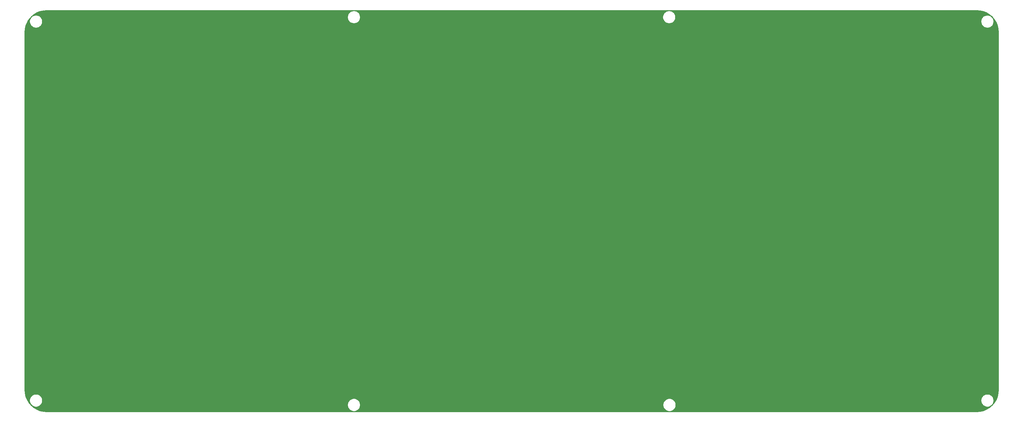
<source format=gbr>
%TF.GenerationSoftware,KiCad,Pcbnew,5.1.9+dfsg1-1*%
%TF.CreationDate,2021-12-19T19:28:55+01:00*%
%TF.ProjectId,okey65-bottom-plate,6f6b6579-3635-42d6-926f-74746f6d2d70,rev?*%
%TF.SameCoordinates,Original*%
%TF.FileFunction,Copper,L2,Bot*%
%TF.FilePolarity,Positive*%
%FSLAX46Y46*%
G04 Gerber Fmt 4.6, Leading zero omitted, Abs format (unit mm)*
G04 Created by KiCad (PCBNEW 5.1.9+dfsg1-1) date 2021-12-19 19:28:55*
%MOMM*%
%LPD*%
G01*
G04 APERTURE LIST*
%TA.AperFunction,NonConductor*%
%ADD10C,0.254000*%
%TD*%
%TA.AperFunction,NonConductor*%
%ADD11C,0.100000*%
%TD*%
G04 APERTURE END LIST*
D10*
X271538486Y-32408220D02*
X272417784Y-32619321D01*
X273253221Y-32965371D01*
X274024244Y-33437854D01*
X274711863Y-34025136D01*
X275299144Y-34712754D01*
X275771629Y-35483780D01*
X276117679Y-36319219D01*
X276328779Y-37198513D01*
X276402001Y-38128887D01*
X276402000Y-133321125D01*
X276328779Y-134251486D01*
X276117679Y-135130780D01*
X275771629Y-135966219D01*
X275299144Y-136737245D01*
X274711863Y-137424863D01*
X274024244Y-138012145D01*
X273253221Y-138484628D01*
X272417784Y-138830678D01*
X271538486Y-139041779D01*
X270608124Y-139115000D01*
X23015888Y-139115000D01*
X22085514Y-139041778D01*
X21206220Y-138830678D01*
X20370776Y-138484626D01*
X19599754Y-138012144D01*
X18912138Y-137424862D01*
X18324855Y-136737244D01*
X17876998Y-136006407D01*
X18412024Y-136006407D01*
X18412024Y-136350447D01*
X18479143Y-136687877D01*
X18610801Y-137005728D01*
X18801940Y-137291787D01*
X19045213Y-137535060D01*
X19331272Y-137726199D01*
X19649123Y-137857857D01*
X19986553Y-137924976D01*
X20330593Y-137924976D01*
X20668023Y-137857857D01*
X20985874Y-137726199D01*
X21271933Y-137535060D01*
X21515206Y-137291787D01*
X21591249Y-137177980D01*
X103065451Y-137177980D01*
X103065451Y-137522020D01*
X103132570Y-137859450D01*
X103264228Y-138177301D01*
X103455367Y-138463360D01*
X103698640Y-138706633D01*
X103984699Y-138897772D01*
X104302550Y-139029430D01*
X104639980Y-139096549D01*
X104984020Y-139096549D01*
X105321450Y-139029430D01*
X105639301Y-138897772D01*
X105925360Y-138706633D01*
X106168633Y-138463360D01*
X106359772Y-138177301D01*
X106491430Y-137859450D01*
X106558549Y-137522020D01*
X106558549Y-137177980D01*
X187065451Y-137177980D01*
X187065451Y-137522020D01*
X187132570Y-137859450D01*
X187264228Y-138177301D01*
X187455367Y-138463360D01*
X187698640Y-138706633D01*
X187984699Y-138897772D01*
X188302550Y-139029430D01*
X188639980Y-139096549D01*
X188984020Y-139096549D01*
X189321450Y-139029430D01*
X189639301Y-138897772D01*
X189925360Y-138706633D01*
X190168633Y-138463360D01*
X190359772Y-138177301D01*
X190491430Y-137859450D01*
X190558549Y-137522020D01*
X190558549Y-137177980D01*
X190491430Y-136840550D01*
X190359772Y-136522699D01*
X190168633Y-136236640D01*
X189938400Y-136006407D01*
X271718878Y-136006407D01*
X271718878Y-136350447D01*
X271785997Y-136687877D01*
X271917655Y-137005728D01*
X272108794Y-137291787D01*
X272352067Y-137535060D01*
X272638126Y-137726199D01*
X272955977Y-137857857D01*
X273293407Y-137924976D01*
X273637447Y-137924976D01*
X273974877Y-137857857D01*
X274292728Y-137726199D01*
X274578787Y-137535060D01*
X274822060Y-137291787D01*
X275013199Y-137005728D01*
X275144857Y-136687877D01*
X275211976Y-136350447D01*
X275211976Y-136006407D01*
X275144857Y-135668977D01*
X275013199Y-135351126D01*
X274822060Y-135065067D01*
X274578787Y-134821794D01*
X274292728Y-134630655D01*
X273974877Y-134498997D01*
X273637447Y-134431878D01*
X273293407Y-134431878D01*
X272955977Y-134498997D01*
X272638126Y-134630655D01*
X272352067Y-134821794D01*
X272108794Y-135065067D01*
X271917655Y-135351126D01*
X271785997Y-135668977D01*
X271718878Y-136006407D01*
X189938400Y-136006407D01*
X189925360Y-135993367D01*
X189639301Y-135802228D01*
X189321450Y-135670570D01*
X188984020Y-135603451D01*
X188639980Y-135603451D01*
X188302550Y-135670570D01*
X187984699Y-135802228D01*
X187698640Y-135993367D01*
X187455367Y-136236640D01*
X187264228Y-136522699D01*
X187132570Y-136840550D01*
X187065451Y-137177980D01*
X106558549Y-137177980D01*
X106491430Y-136840550D01*
X106359772Y-136522699D01*
X106168633Y-136236640D01*
X105925360Y-135993367D01*
X105639301Y-135802228D01*
X105321450Y-135670570D01*
X104984020Y-135603451D01*
X104639980Y-135603451D01*
X104302550Y-135670570D01*
X103984699Y-135802228D01*
X103698640Y-135993367D01*
X103455367Y-136236640D01*
X103264228Y-136522699D01*
X103132570Y-136840550D01*
X103065451Y-137177980D01*
X21591249Y-137177980D01*
X21706345Y-137005728D01*
X21838003Y-136687877D01*
X21905122Y-136350447D01*
X21905122Y-136006407D01*
X21838003Y-135668977D01*
X21706345Y-135351126D01*
X21515206Y-135065067D01*
X21271933Y-134821794D01*
X20985874Y-134630655D01*
X20668023Y-134498997D01*
X20330593Y-134431878D01*
X19986553Y-134431878D01*
X19649123Y-134498997D01*
X19331272Y-134630655D01*
X19045213Y-134821794D01*
X18801940Y-135065067D01*
X18610801Y-135351126D01*
X18479143Y-135668977D01*
X18412024Y-136006407D01*
X17876998Y-136006407D01*
X17852374Y-135966225D01*
X17506322Y-135130778D01*
X17295222Y-134251486D01*
X17222001Y-133321124D01*
X17222001Y-38128862D01*
X17295221Y-37198513D01*
X17506322Y-36319215D01*
X17852372Y-35483778D01*
X18087825Y-35099552D01*
X18412024Y-35099552D01*
X18412024Y-35443592D01*
X18479143Y-35781022D01*
X18610801Y-36098873D01*
X18801940Y-36384932D01*
X19045213Y-36628205D01*
X19331272Y-36819344D01*
X19649123Y-36951002D01*
X19986553Y-37018121D01*
X20330593Y-37018121D01*
X20668023Y-36951002D01*
X20985874Y-36819344D01*
X21271933Y-36628205D01*
X21515206Y-36384932D01*
X21706345Y-36098873D01*
X21838003Y-35781022D01*
X21905122Y-35443592D01*
X21905122Y-35099552D01*
X21838003Y-34762122D01*
X21706345Y-34444271D01*
X21515206Y-34158212D01*
X21284973Y-33927979D01*
X103065451Y-33927979D01*
X103065451Y-34272019D01*
X103132570Y-34609449D01*
X103264228Y-34927300D01*
X103455367Y-35213359D01*
X103698640Y-35456632D01*
X103984699Y-35647771D01*
X104302550Y-35779429D01*
X104639980Y-35846548D01*
X104984020Y-35846548D01*
X105321450Y-35779429D01*
X105639301Y-35647771D01*
X105925360Y-35456632D01*
X106168633Y-35213359D01*
X106359772Y-34927300D01*
X106491430Y-34609449D01*
X106558549Y-34272019D01*
X106558549Y-33927979D01*
X186986009Y-33927979D01*
X186986009Y-34272019D01*
X187053128Y-34609449D01*
X187184786Y-34927300D01*
X187375925Y-35213359D01*
X187619198Y-35456632D01*
X187905257Y-35647771D01*
X188223108Y-35779429D01*
X188560538Y-35846548D01*
X188904578Y-35846548D01*
X189242008Y-35779429D01*
X189559859Y-35647771D01*
X189845918Y-35456632D01*
X190089191Y-35213359D01*
X190165234Y-35099552D01*
X271718878Y-35099552D01*
X271718878Y-35443592D01*
X271785997Y-35781022D01*
X271917655Y-36098873D01*
X272108794Y-36384932D01*
X272352067Y-36628205D01*
X272638126Y-36819344D01*
X272955977Y-36951002D01*
X273293407Y-37018121D01*
X273637447Y-37018121D01*
X273974877Y-36951002D01*
X274292728Y-36819344D01*
X274578787Y-36628205D01*
X274822060Y-36384932D01*
X275013199Y-36098873D01*
X275144857Y-35781022D01*
X275211976Y-35443592D01*
X275211976Y-35099552D01*
X275144857Y-34762122D01*
X275013199Y-34444271D01*
X274822060Y-34158212D01*
X274578787Y-33914939D01*
X274292728Y-33723800D01*
X273974877Y-33592142D01*
X273637447Y-33525023D01*
X273293407Y-33525023D01*
X272955977Y-33592142D01*
X272638126Y-33723800D01*
X272352067Y-33914939D01*
X272108794Y-34158212D01*
X271917655Y-34444271D01*
X271785997Y-34762122D01*
X271718878Y-35099552D01*
X190165234Y-35099552D01*
X190280330Y-34927300D01*
X190411988Y-34609449D01*
X190479107Y-34272019D01*
X190479107Y-33927979D01*
X190411988Y-33590549D01*
X190280330Y-33272698D01*
X190089191Y-32986639D01*
X189845918Y-32743366D01*
X189559859Y-32552227D01*
X189242008Y-32420569D01*
X188904578Y-32353450D01*
X188560538Y-32353450D01*
X188223108Y-32420569D01*
X187905257Y-32552227D01*
X187619198Y-32743366D01*
X187375925Y-32986639D01*
X187184786Y-33272698D01*
X187053128Y-33590549D01*
X186986009Y-33927979D01*
X106558549Y-33927979D01*
X106491430Y-33590549D01*
X106359772Y-33272698D01*
X106168633Y-32986639D01*
X105925360Y-32743366D01*
X105639301Y-32552227D01*
X105321450Y-32420569D01*
X104984020Y-32353450D01*
X104639980Y-32353450D01*
X104302550Y-32420569D01*
X103984699Y-32552227D01*
X103698640Y-32743366D01*
X103455367Y-32986639D01*
X103264228Y-33272698D01*
X103132570Y-33590549D01*
X103065451Y-33927979D01*
X21284973Y-33927979D01*
X21271933Y-33914939D01*
X20985874Y-33723800D01*
X20668023Y-33592142D01*
X20330593Y-33525023D01*
X19986553Y-33525023D01*
X19649123Y-33592142D01*
X19331272Y-33723800D01*
X19045213Y-33914939D01*
X18801940Y-34158212D01*
X18610801Y-34444271D01*
X18479143Y-34762122D01*
X18412024Y-35099552D01*
X18087825Y-35099552D01*
X18324855Y-34712755D01*
X18912137Y-34025136D01*
X19599755Y-33437855D01*
X20370781Y-32965370D01*
X21206220Y-32619320D01*
X22085514Y-32408220D01*
X23015875Y-32334999D01*
X270608124Y-32334999D01*
X271538486Y-32408220D01*
%TA.AperFunction,NonConductor*%
D11*
G36*
X271538486Y-32408220D02*
G01*
X272417784Y-32619321D01*
X273253221Y-32965371D01*
X274024244Y-33437854D01*
X274711863Y-34025136D01*
X275299144Y-34712754D01*
X275771629Y-35483780D01*
X276117679Y-36319219D01*
X276328779Y-37198513D01*
X276402001Y-38128887D01*
X276402000Y-133321125D01*
X276328779Y-134251486D01*
X276117679Y-135130780D01*
X275771629Y-135966219D01*
X275299144Y-136737245D01*
X274711863Y-137424863D01*
X274024244Y-138012145D01*
X273253221Y-138484628D01*
X272417784Y-138830678D01*
X271538486Y-139041779D01*
X270608124Y-139115000D01*
X23015888Y-139115000D01*
X22085514Y-139041778D01*
X21206220Y-138830678D01*
X20370776Y-138484626D01*
X19599754Y-138012144D01*
X18912138Y-137424862D01*
X18324855Y-136737244D01*
X17876998Y-136006407D01*
X18412024Y-136006407D01*
X18412024Y-136350447D01*
X18479143Y-136687877D01*
X18610801Y-137005728D01*
X18801940Y-137291787D01*
X19045213Y-137535060D01*
X19331272Y-137726199D01*
X19649123Y-137857857D01*
X19986553Y-137924976D01*
X20330593Y-137924976D01*
X20668023Y-137857857D01*
X20985874Y-137726199D01*
X21271933Y-137535060D01*
X21515206Y-137291787D01*
X21591249Y-137177980D01*
X103065451Y-137177980D01*
X103065451Y-137522020D01*
X103132570Y-137859450D01*
X103264228Y-138177301D01*
X103455367Y-138463360D01*
X103698640Y-138706633D01*
X103984699Y-138897772D01*
X104302550Y-139029430D01*
X104639980Y-139096549D01*
X104984020Y-139096549D01*
X105321450Y-139029430D01*
X105639301Y-138897772D01*
X105925360Y-138706633D01*
X106168633Y-138463360D01*
X106359772Y-138177301D01*
X106491430Y-137859450D01*
X106558549Y-137522020D01*
X106558549Y-137177980D01*
X187065451Y-137177980D01*
X187065451Y-137522020D01*
X187132570Y-137859450D01*
X187264228Y-138177301D01*
X187455367Y-138463360D01*
X187698640Y-138706633D01*
X187984699Y-138897772D01*
X188302550Y-139029430D01*
X188639980Y-139096549D01*
X188984020Y-139096549D01*
X189321450Y-139029430D01*
X189639301Y-138897772D01*
X189925360Y-138706633D01*
X190168633Y-138463360D01*
X190359772Y-138177301D01*
X190491430Y-137859450D01*
X190558549Y-137522020D01*
X190558549Y-137177980D01*
X190491430Y-136840550D01*
X190359772Y-136522699D01*
X190168633Y-136236640D01*
X189938400Y-136006407D01*
X271718878Y-136006407D01*
X271718878Y-136350447D01*
X271785997Y-136687877D01*
X271917655Y-137005728D01*
X272108794Y-137291787D01*
X272352067Y-137535060D01*
X272638126Y-137726199D01*
X272955977Y-137857857D01*
X273293407Y-137924976D01*
X273637447Y-137924976D01*
X273974877Y-137857857D01*
X274292728Y-137726199D01*
X274578787Y-137535060D01*
X274822060Y-137291787D01*
X275013199Y-137005728D01*
X275144857Y-136687877D01*
X275211976Y-136350447D01*
X275211976Y-136006407D01*
X275144857Y-135668977D01*
X275013199Y-135351126D01*
X274822060Y-135065067D01*
X274578787Y-134821794D01*
X274292728Y-134630655D01*
X273974877Y-134498997D01*
X273637447Y-134431878D01*
X273293407Y-134431878D01*
X272955977Y-134498997D01*
X272638126Y-134630655D01*
X272352067Y-134821794D01*
X272108794Y-135065067D01*
X271917655Y-135351126D01*
X271785997Y-135668977D01*
X271718878Y-136006407D01*
X189938400Y-136006407D01*
X189925360Y-135993367D01*
X189639301Y-135802228D01*
X189321450Y-135670570D01*
X188984020Y-135603451D01*
X188639980Y-135603451D01*
X188302550Y-135670570D01*
X187984699Y-135802228D01*
X187698640Y-135993367D01*
X187455367Y-136236640D01*
X187264228Y-136522699D01*
X187132570Y-136840550D01*
X187065451Y-137177980D01*
X106558549Y-137177980D01*
X106491430Y-136840550D01*
X106359772Y-136522699D01*
X106168633Y-136236640D01*
X105925360Y-135993367D01*
X105639301Y-135802228D01*
X105321450Y-135670570D01*
X104984020Y-135603451D01*
X104639980Y-135603451D01*
X104302550Y-135670570D01*
X103984699Y-135802228D01*
X103698640Y-135993367D01*
X103455367Y-136236640D01*
X103264228Y-136522699D01*
X103132570Y-136840550D01*
X103065451Y-137177980D01*
X21591249Y-137177980D01*
X21706345Y-137005728D01*
X21838003Y-136687877D01*
X21905122Y-136350447D01*
X21905122Y-136006407D01*
X21838003Y-135668977D01*
X21706345Y-135351126D01*
X21515206Y-135065067D01*
X21271933Y-134821794D01*
X20985874Y-134630655D01*
X20668023Y-134498997D01*
X20330593Y-134431878D01*
X19986553Y-134431878D01*
X19649123Y-134498997D01*
X19331272Y-134630655D01*
X19045213Y-134821794D01*
X18801940Y-135065067D01*
X18610801Y-135351126D01*
X18479143Y-135668977D01*
X18412024Y-136006407D01*
X17876998Y-136006407D01*
X17852374Y-135966225D01*
X17506322Y-135130778D01*
X17295222Y-134251486D01*
X17222001Y-133321124D01*
X17222001Y-38128862D01*
X17295221Y-37198513D01*
X17506322Y-36319215D01*
X17852372Y-35483778D01*
X18087825Y-35099552D01*
X18412024Y-35099552D01*
X18412024Y-35443592D01*
X18479143Y-35781022D01*
X18610801Y-36098873D01*
X18801940Y-36384932D01*
X19045213Y-36628205D01*
X19331272Y-36819344D01*
X19649123Y-36951002D01*
X19986553Y-37018121D01*
X20330593Y-37018121D01*
X20668023Y-36951002D01*
X20985874Y-36819344D01*
X21271933Y-36628205D01*
X21515206Y-36384932D01*
X21706345Y-36098873D01*
X21838003Y-35781022D01*
X21905122Y-35443592D01*
X21905122Y-35099552D01*
X21838003Y-34762122D01*
X21706345Y-34444271D01*
X21515206Y-34158212D01*
X21284973Y-33927979D01*
X103065451Y-33927979D01*
X103065451Y-34272019D01*
X103132570Y-34609449D01*
X103264228Y-34927300D01*
X103455367Y-35213359D01*
X103698640Y-35456632D01*
X103984699Y-35647771D01*
X104302550Y-35779429D01*
X104639980Y-35846548D01*
X104984020Y-35846548D01*
X105321450Y-35779429D01*
X105639301Y-35647771D01*
X105925360Y-35456632D01*
X106168633Y-35213359D01*
X106359772Y-34927300D01*
X106491430Y-34609449D01*
X106558549Y-34272019D01*
X106558549Y-33927979D01*
X186986009Y-33927979D01*
X186986009Y-34272019D01*
X187053128Y-34609449D01*
X187184786Y-34927300D01*
X187375925Y-35213359D01*
X187619198Y-35456632D01*
X187905257Y-35647771D01*
X188223108Y-35779429D01*
X188560538Y-35846548D01*
X188904578Y-35846548D01*
X189242008Y-35779429D01*
X189559859Y-35647771D01*
X189845918Y-35456632D01*
X190089191Y-35213359D01*
X190165234Y-35099552D01*
X271718878Y-35099552D01*
X271718878Y-35443592D01*
X271785997Y-35781022D01*
X271917655Y-36098873D01*
X272108794Y-36384932D01*
X272352067Y-36628205D01*
X272638126Y-36819344D01*
X272955977Y-36951002D01*
X273293407Y-37018121D01*
X273637447Y-37018121D01*
X273974877Y-36951002D01*
X274292728Y-36819344D01*
X274578787Y-36628205D01*
X274822060Y-36384932D01*
X275013199Y-36098873D01*
X275144857Y-35781022D01*
X275211976Y-35443592D01*
X275211976Y-35099552D01*
X275144857Y-34762122D01*
X275013199Y-34444271D01*
X274822060Y-34158212D01*
X274578787Y-33914939D01*
X274292728Y-33723800D01*
X273974877Y-33592142D01*
X273637447Y-33525023D01*
X273293407Y-33525023D01*
X272955977Y-33592142D01*
X272638126Y-33723800D01*
X272352067Y-33914939D01*
X272108794Y-34158212D01*
X271917655Y-34444271D01*
X271785997Y-34762122D01*
X271718878Y-35099552D01*
X190165234Y-35099552D01*
X190280330Y-34927300D01*
X190411988Y-34609449D01*
X190479107Y-34272019D01*
X190479107Y-33927979D01*
X190411988Y-33590549D01*
X190280330Y-33272698D01*
X190089191Y-32986639D01*
X189845918Y-32743366D01*
X189559859Y-32552227D01*
X189242008Y-32420569D01*
X188904578Y-32353450D01*
X188560538Y-32353450D01*
X188223108Y-32420569D01*
X187905257Y-32552227D01*
X187619198Y-32743366D01*
X187375925Y-32986639D01*
X187184786Y-33272698D01*
X187053128Y-33590549D01*
X186986009Y-33927979D01*
X106558549Y-33927979D01*
X106491430Y-33590549D01*
X106359772Y-33272698D01*
X106168633Y-32986639D01*
X105925360Y-32743366D01*
X105639301Y-32552227D01*
X105321450Y-32420569D01*
X104984020Y-32353450D01*
X104639980Y-32353450D01*
X104302550Y-32420569D01*
X103984699Y-32552227D01*
X103698640Y-32743366D01*
X103455367Y-32986639D01*
X103264228Y-33272698D01*
X103132570Y-33590549D01*
X103065451Y-33927979D01*
X21284973Y-33927979D01*
X21271933Y-33914939D01*
X20985874Y-33723800D01*
X20668023Y-33592142D01*
X20330593Y-33525023D01*
X19986553Y-33525023D01*
X19649123Y-33592142D01*
X19331272Y-33723800D01*
X19045213Y-33914939D01*
X18801940Y-34158212D01*
X18610801Y-34444271D01*
X18479143Y-34762122D01*
X18412024Y-35099552D01*
X18087825Y-35099552D01*
X18324855Y-34712755D01*
X18912137Y-34025136D01*
X19599755Y-33437855D01*
X20370781Y-32965370D01*
X21206220Y-32619320D01*
X22085514Y-32408220D01*
X23015875Y-32334999D01*
X270608124Y-32334999D01*
X271538486Y-32408220D01*
G37*
%TD.AperFunction*%
M02*

</source>
